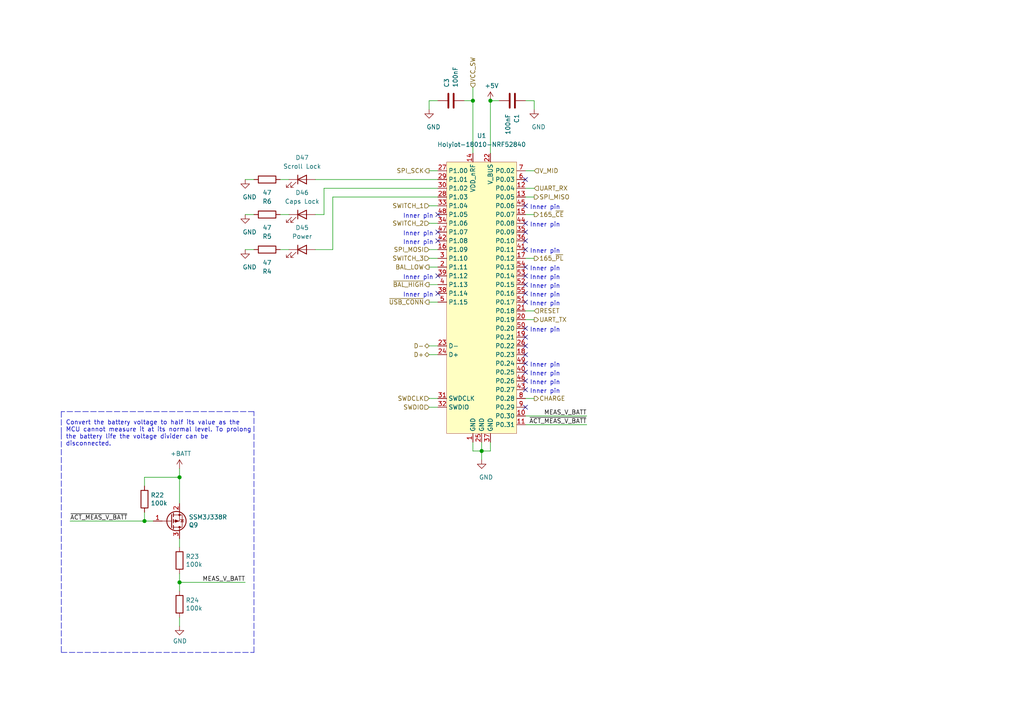
<source format=kicad_sch>
(kicad_sch (version 20210123) (generator eeschema)
  (paper "A4")
  (lib_symbols
    (symbol "Device:C" (pin_numbers hide) (pin_names (offset 0.254))
      (property "Reference" "C" (at 0.635 2.54 0))
      (property "Value" "C" (at 0.635 -2.54 0))
      (symbol "C_0_1"
        (polyline (pts (xy -2.032 -0.762) (xy 2.032 -0.762)) (stroke (width 0.508)))
        (polyline (pts (xy -2.032 0.762) (xy 2.032 0.762)) (stroke (width 0.508)))
      )
      (symbol "C_1_1"
        (pin passive line (at 0 3.81 270) (length 2.794) (name "~") (number "1"))
        (pin passive line (at 0 -3.81 90) (length 2.794) (name "~") (number "2"))
      )
    )
    (symbol "Device:LED" (pin_numbers hide) (pin_names (offset 1.016) hide)
      (property "Reference" "D" (at 0 2.54 0))
      (property "Value" "LED" (at 0 -2.54 0))
      (symbol "LED_0_1"
        (polyline (pts (xy -1.27 -1.27) (xy -1.27 1.27)) (stroke (width 0.254)))
        (polyline (pts (xy -1.27 0) (xy 1.27 0)))
        (polyline (pts (xy 1.27 -1.27) (xy 1.27 1.27) (xy -1.27 0) (xy 1.27 -1.27)) (stroke (width 0.254)))
        (polyline (pts (xy -3.048 -0.762) (xy -4.572 -2.286) (xy -3.81 -2.286) (xy -4.572 -2.286) (xy -4.572 -1.524)))
        (polyline (pts (xy -1.778 -0.762) (xy -3.302 -2.286) (xy -2.54 -2.286) (xy -3.302 -2.286) (xy -3.302 -1.524)))
      )
      (symbol "LED_1_1"
        (pin passive line (at -3.81 0 0) (length 2.54) (name "K") (number "1"))
        (pin passive line (at 3.81 0 180) (length 2.54) (name "A") (number "2"))
      )
    )
    (symbol "Device:Q_PMOS_GSD" (pin_names (offset 0) hide)
      (property "Reference" "Q" (at 5.08 1.27 0))
      (property "Value" "Q_PMOS_GSD" (at 5.08 -1.27 0))
      (symbol "Q_PMOS_GSD_0_1"
        (circle (center 1.651 0) (radius 2.794) (stroke (width 0.254)))
        (circle (center 2.54 -1.778) (radius 0.254) (fill (type outline)))
        (circle (center 2.54 1.778) (radius 0.254) (fill (type outline)))
        (polyline (pts (xy 0.254 0) (xy -2.54 0)))
        (polyline (pts (xy 0.254 1.905) (xy 0.254 -1.905)) (stroke (width 0.254)))
        (polyline (pts (xy 0.762 -1.27) (xy 0.762 -2.286)) (stroke (width 0.254)))
        (polyline (pts (xy 0.762 0.508) (xy 0.762 -0.508)) (stroke (width 0.254)))
        (polyline (pts (xy 0.762 2.286) (xy 0.762 1.27)) (stroke (width 0.254)))
        (polyline (pts (xy 2.54 2.54) (xy 2.54 1.778)))
        (polyline (pts (xy 2.54 -2.54) (xy 2.54 0) (xy 0.762 0)))
        (polyline (pts (xy 0.762 1.778) (xy 3.302 1.778) (xy 3.302 -1.778) (xy 0.762 -1.778)))
        (polyline (pts (xy 2.286 0) (xy 1.27 0.381) (xy 1.27 -0.381) (xy 2.286 0)) (fill (type outline)))
        (polyline (pts (xy 2.794 -0.508) (xy 2.921 -0.381) (xy 3.683 -0.381) (xy 3.81 -0.254)))
        (polyline (pts (xy 3.302 -0.381) (xy 2.921 0.254) (xy 3.683 0.254) (xy 3.302 -0.381)))
      )
      (symbol "Q_PMOS_GSD_1_1"
        (pin input line (at -5.08 0 0) (length 2.54) (name "G") (number "1"))
        (pin passive line (at 2.54 -5.08 90) (length 2.54) (name "S") (number "2"))
        (pin passive line (at 2.54 5.08 270) (length 2.54) (name "D") (number "3"))
      )
    )
    (symbol "Device:R" (pin_numbers hide) (pin_names (offset 0))
      (property "Reference" "R" (at 2.032 0 90))
      (property "Value" "R" (at 0 0 90))
      (symbol "R_0_1"
        (rectangle (start -1.016 -2.54) (end 1.016 2.54) (stroke (width 0.254)))
      )
      (symbol "R_1_1"
        (pin passive line (at 0 3.81 270) (length 1.27) (name "~") (number "1"))
        (pin passive line (at 0 -3.81 90) (length 1.27) (name "~") (number "2"))
      )
    )
    (symbol "power:+5V" (power) (pin_names (offset 0))
      (property "Value" "+5V" (at 0 3.556 0))
      (symbol "+5V_0_1"
        (polyline (pts (xy -0.762 1.27) (xy 0 2.54)))
        (polyline (pts (xy 0 0) (xy 0 2.54)))
        (polyline (pts (xy 0 2.54) (xy 0.762 1.27)))
      )
      (symbol "+5V_1_1"
        (pin power_in line (at 0 0 90) (length 0) hide (name "+5V") (number "1"))
      )
    )
    (symbol "power:+BATT" (power) (pin_names (offset 0))
      (property "Value" "+BATT" (at 0 3.556 0))
      (symbol "+BATT_0_1"
        (polyline (pts (xy -0.762 1.27) (xy 0 2.54)))
        (polyline (pts (xy 0 0) (xy 0 2.54)))
        (polyline (pts (xy 0 2.54) (xy 0.762 1.27)))
      )
      (symbol "+BATT_1_1"
        (pin power_in line (at 0 0 90) (length 0) hide (name "+BATT") (number "1"))
      )
    )
    (symbol "power:GND" (power) (pin_names (offset 0))
      (property "Value" "GND" (at 0 -3.81 0))
      (symbol "GND_0_1"
        (polyline (pts (xy 0 0) (xy 0 -1.27) (xy 1.27 -1.27) (xy 0 -2.54) (xy -1.27 -1.27) (xy 0 -1.27)))
      )
      (symbol "GND_1_1"
        (pin power_in line (at 0 0 270) (length 0) hide (name "GND") (number "1"))
      )
    )
    (symbol "symbols:Holyiot-18010-NRF52840"
      (property "Reference" "U" (at -8.89 40.64 0))
      (property "Value" "Holyiot-18010-NRF52840" (at 16.51 40.64 0))
      (symbol "Holyiot-18010-NRF52840_0_1"
        (rectangle (start -10.16 39.37) (end 10.16 -39.37) (stroke (width 0.001)) (fill (type background)))
      )
      (symbol "Holyiot-18010-NRF52840_1_1"
        (pin power_in line (at -2.54 -41.91 90) (length 2.54) (name "GND") (number "1"))
        (pin bidirectional line (at -12.7 8.89 0) (length 2.54) (name "P1.11") (number "2"))
        (pin bidirectional line (at -12.7 11.43 0) (length 2.54) (name "P1.10") (number "3"))
        (pin bidirectional line (at -12.7 3.81 0) (length 2.54) (name "P1.13") (number "4"))
        (pin bidirectional line (at -12.7 -1.27 0) (length 2.54) (name "P1.15") (number "5"))
        (pin bidirectional line (at 12.7 34.29 180) (length 2.54) (name "P0.03") (number "6"))
        (pin bidirectional line (at 12.7 36.83 180) (length 2.54) (name "P0.02") (number "7"))
        (pin bidirectional line (at 12.7 -29.21 180) (length 2.54) (name "P0.28") (number "8"))
        (pin bidirectional line (at 12.7 -31.75 180) (length 2.54) (name "P0.29") (number "9"))
        (pin bidirectional line (at 12.7 -34.29 180) (length 2.54) (name "P0.30") (number "10"))
        (pin bidirectional line (at 12.7 -36.83 180) (length 2.54) (name "P0.31") (number "11"))
        (pin bidirectional line (at 12.7 31.75 180) (length 2.54) (name "P0.04") (number "12"))
        (pin bidirectional line (at 12.7 29.21 180) (length 2.54) (name "P0.05") (number "13"))
        (pin bidirectional line (at 12.7 24.13 180) (length 2.54) (name "P0.07") (number "15"))
        (pin bidirectional line (at -12.7 13.97 0) (length 2.54) (name "P1.09") (number "16"))
        (pin bidirectional line (at 12.7 11.43 180) (length 2.54) (name "P0.12") (number "17"))
        (pin bidirectional line (at 12.7 -16.51 180) (length 2.54) (name "P0.23") (number "18"))
        (pin bidirectional line (at 12.7 -11.43 180) (length 2.54) (name "P0.21") (number "19"))
        (pin bidirectional line (at 12.7 -6.35 180) (length 2.54) (name "P0.19") (number "20"))
        (pin bidirectional line (at -12.7 -13.97 0) (length 2.54) (name "D-") (number "23"))
        (pin bidirectional line (at -12.7 -16.51 0) (length 2.54) (name "D+") (number "24"))
        (pin bidirectional line (at 12.7 -13.97 180) (length 2.54) (name "P0.22") (number "26"))
        (pin bidirectional line (at -12.7 36.83 0) (length 2.54) (name "P1.00") (number "27"))
        (pin bidirectional line (at -12.7 29.21 0) (length 2.54) (name "P1.03") (number "28"))
        (pin bidirectional line (at -12.7 34.29 0) (length 2.54) (name "P1.01") (number "29"))
        (pin bidirectional line (at -12.7 31.75 0) (length 2.54) (name "P1.02") (number "30"))
        (pin bidirectional line (at -12.7 -29.21 0) (length 2.54) (name "SWDCLK") (number "31"))
        (pin bidirectional line (at -12.7 -31.75 0) (length 2.54) (name "SWDIO") (number "32"))
        (pin bidirectional line (at -12.7 26.67 0) (length 2.54) (name "P1.04") (number "33"))
        (pin bidirectional line (at -12.7 21.59 0) (length 2.54) (name "P1.06") (number "34"))
        (pin bidirectional line (at 12.7 19.05 180) (length 2.54) (name "P0.09") (number "35"))
        (pin bidirectional line (at 12.7 16.51 180) (length 2.54) (name "P0.10") (number "36"))
        (pin bidirectional line (at -12.7 1.27 0) (length 2.54) (name "P1.14") (number "38"))
        (pin bidirectional line (at -12.7 6.35 0) (length 2.54) (name "P1.12") (number "39"))
        (pin bidirectional line (at 12.7 -21.59 180) (length 2.54) (name "P0.25") (number "40"))
        (pin bidirectional line (at 12.7 13.97 180) (length 2.54) (name "P0.11") (number "41"))
        (pin bidirectional line (at -12.7 16.51 0) (length 2.54) (name "P1.08") (number "42"))
        (pin bidirectional line (at 12.7 -26.67 180) (length 2.54) (name "P0.27") (number "43"))
        (pin bidirectional line (at 12.7 21.59 180) (length 2.54) (name "P0.08") (number "44"))
        (pin bidirectional line (at 12.7 26.67 180) (length 2.54) (name "P0.06") (number "45"))
        (pin bidirectional line (at 12.7 -24.13 180) (length 2.54) (name "P0.26") (number "46"))
        (pin bidirectional line (at -12.7 19.05 0) (length 2.54) (name "P1.07") (number "47"))
        (pin bidirectional line (at -12.7 24.13 0) (length 2.54) (name "P1.05") (number "48"))
        (pin bidirectional line (at 12.7 -19.05 180) (length 2.54) (name "P0.24") (number "49"))
        (pin bidirectional line (at 12.7 -8.89 180) (length 2.54) (name "P0.20") (number "50"))
        (pin bidirectional line (at 12.7 -1.27 180) (length 2.54) (name "P0.17") (number "51"))
        (pin bidirectional line (at 12.7 3.81 180) (length 2.54) (name "P0.15") (number "52"))
        (pin bidirectional line (at 12.7 6.35 180) (length 2.54) (name "P0.14") (number "53"))
        (pin bidirectional line (at 12.7 8.89 180) (length 2.54) (name "P0.13") (number "54"))
        (pin bidirectional line (at 12.7 1.27 180) (length 2.54) (name "P0.16") (number "55"))
        (pin power_in line (at -2.54 41.91 270) (length 2.54) (name "VDD_nRF") (number "14"))
        (pin power_in line (at 0 -41.91 90) (length 2.54) (name "GND") (number "25"))
        (pin power_in line (at 2.54 -41.91 90) (length 2.54) (name "GND") (number "37"))
        (pin bidirectional line (at 12.7 -3.81 180) (length 2.54) (name "P0.18") (number "21"))
        (pin power_in line (at 2.54 41.91 270) (length 2.54) (name "V_BUS") (number "22"))
      )
    )
  )
  (junction (at 41.91 151.13) (diameter 1.016))
  (junction (at 52.07 138.43) (diameter 1.016))
  (junction (at 52.07 168.91) (diameter 1.016))
  (junction (at 137.16 29.21) (diameter 1.016))
  (junction (at 139.7 130.81) (diameter 1.016))
  (junction (at 142.24 29.21) (diameter 1.016))
  (no_connect (at 127 62.23))
  (no_connect (at 127 67.31))
  (no_connect (at 127 69.85))
  (no_connect (at 127 80.01))
  (no_connect (at 127 85.09))
  (no_connect (at 152.4 52.07))
  (no_connect (at 152.4 59.69))
  (no_connect (at 152.4 64.77))
  (no_connect (at 152.4 67.31))
  (no_connect (at 152.4 69.85))
  (no_connect (at 152.4 72.39))
  (no_connect (at 152.4 77.47))
  (no_connect (at 152.4 80.01))
  (no_connect (at 152.4 82.55))
  (no_connect (at 152.4 85.09))
  (no_connect (at 152.4 87.63))
  (no_connect (at 152.4 95.25))
  (no_connect (at 152.4 97.79))
  (no_connect (at 152.4 100.33))
  (no_connect (at 152.4 102.87))
  (no_connect (at 152.4 105.41))
  (no_connect (at 152.4 107.95))
  (no_connect (at 152.4 110.49))
  (no_connect (at 152.4 113.03))
  (no_connect (at 152.4 118.11))
  (wire (pts (xy 20.32 151.13) (xy 41.91 151.13)))
  (wire (pts (xy 41.91 138.43) (xy 52.07 138.43)))
  (wire (pts (xy 41.91 140.97) (xy 41.91 138.43)))
  (wire (pts (xy 41.91 148.59) (xy 41.91 151.13)))
  (wire (pts (xy 41.91 151.13) (xy 44.45 151.13)))
  (wire (pts (xy 52.07 135.89) (xy 52.07 138.43)))
  (wire (pts (xy 52.07 138.43) (xy 52.07 146.05)))
  (wire (pts (xy 52.07 156.21) (xy 52.07 158.75)))
  (wire (pts (xy 52.07 166.37) (xy 52.07 168.91)))
  (wire (pts (xy 52.07 168.91) (xy 52.07 171.45)))
  (wire (pts (xy 52.07 168.91) (xy 71.12 168.91)))
  (wire (pts (xy 52.07 179.07) (xy 52.07 181.61)))
  (wire (pts (xy 71.12 52.07) (xy 73.66 52.07)))
  (wire (pts (xy 71.12 62.23) (xy 73.66 62.23)))
  (wire (pts (xy 71.12 72.39) (xy 73.66 72.39)))
  (wire (pts (xy 83.82 52.07) (xy 81.28 52.07)))
  (wire (pts (xy 83.82 62.23) (xy 81.28 62.23)))
  (wire (pts (xy 83.82 72.39) (xy 81.28 72.39)))
  (wire (pts (xy 91.44 52.07) (xy 127 52.07)))
  (wire (pts (xy 91.44 72.39) (xy 96.52 72.39)))
  (wire (pts (xy 93.98 54.61) (xy 93.98 62.23)))
  (wire (pts (xy 93.98 62.23) (xy 91.44 62.23)))
  (wire (pts (xy 96.52 57.15) (xy 96.52 72.39)))
  (wire (pts (xy 124.46 29.21) (xy 124.46 31.75)))
  (wire (pts (xy 124.46 49.53) (xy 127 49.53)))
  (wire (pts (xy 124.46 59.69) (xy 127 59.69)))
  (wire (pts (xy 124.46 64.77) (xy 127 64.77)))
  (wire (pts (xy 124.46 72.39) (xy 127 72.39)))
  (wire (pts (xy 124.46 74.93) (xy 127 74.93)))
  (wire (pts (xy 124.46 77.47) (xy 127 77.47)))
  (wire (pts (xy 124.46 82.55) (xy 127 82.55)))
  (wire (pts (xy 124.46 87.63) (xy 127 87.63)))
  (wire (pts (xy 124.46 100.33) (xy 127 100.33)))
  (wire (pts (xy 124.46 102.87) (xy 127 102.87)))
  (wire (pts (xy 124.46 115.57) (xy 127 115.57)))
  (wire (pts (xy 124.46 118.11) (xy 127 118.11)))
  (wire (pts (xy 127 29.21) (xy 124.46 29.21)))
  (wire (pts (xy 127 54.61) (xy 93.98 54.61)))
  (wire (pts (xy 127 57.15) (xy 96.52 57.15)))
  (wire (pts (xy 134.62 29.21) (xy 137.16 29.21)))
  (wire (pts (xy 137.16 29.21) (xy 137.16 25.4)))
  (wire (pts (xy 137.16 44.45) (xy 137.16 29.21)))
  (wire (pts (xy 137.16 128.27) (xy 137.16 130.81)))
  (wire (pts (xy 137.16 130.81) (xy 139.7 130.81)))
  (wire (pts (xy 139.7 128.27) (xy 139.7 130.81)))
  (wire (pts (xy 139.7 130.81) (xy 139.7 133.35)))
  (wire (pts (xy 139.7 130.81) (xy 142.24 130.81)))
  (wire (pts (xy 142.24 29.21) (xy 142.24 44.45)))
  (wire (pts (xy 142.24 29.21) (xy 144.78 29.21)))
  (wire (pts (xy 142.24 130.81) (xy 142.24 128.27)))
  (wire (pts (xy 152.4 29.21) (xy 154.94 29.21)))
  (wire (pts (xy 152.4 49.53) (xy 154.94 49.53)))
  (wire (pts (xy 152.4 54.61) (xy 154.94 54.61)))
  (wire (pts (xy 152.4 62.23) (xy 154.94 62.23)))
  (wire (pts (xy 152.4 74.93) (xy 154.94 74.93)))
  (wire (pts (xy 152.4 90.17) (xy 154.94 90.17)))
  (wire (pts (xy 152.4 92.71) (xy 154.94 92.71)))
  (wire (pts (xy 152.4 115.57) (xy 154.94 115.57)))
  (wire (pts (xy 152.4 120.65) (xy 170.18 120.65)))
  (wire (pts (xy 152.4 123.19) (xy 170.18 123.19)))
  (wire (pts (xy 154.94 29.21) (xy 154.94 31.75)))
  (wire (pts (xy 154.94 57.15) (xy 152.4 57.15)))
  (polyline (pts (xy 17.78 119.38) (xy 17.78 125.73)) (stroke (width 0) (type dash)))
  (polyline (pts (xy 17.78 125.73) (xy 17.78 189.23)) (stroke (width 0) (type dash)))
  (polyline (pts (xy 17.78 189.23) (xy 73.66 189.23)) (stroke (width 0) (type dash)))
  (polyline (pts (xy 73.66 119.38) (xy 17.78 119.38)) (stroke (width 0) (type dash)))
  (polyline (pts (xy 73.66 189.23) (xy 73.66 119.38)) (stroke (width 0) (type dash)))
  (text "Convert the battery voltage to half its value as the\nMCU cannot measure it at its normal level. To prolong\nthe battery life the voltage divider can be\ndisconnected." (at 19.05 129.54 0) (effects (font (size 1.27 1.27)) (justify left bottom)))
  (text "Inner pin" (at 125.73 63.5 180) (effects (font (size 1.27 1.27)) (justify right bottom)))
  (text "Inner pin" (at 125.73 68.58 180) (effects (font (size 1.27 1.27)) (justify right bottom)))
  (text "Inner pin" (at 125.73 71.12 180) (effects (font (size 1.27 1.27)) (justify right bottom)))
  (text "Inner pin" (at 125.73 81.28 180) (effects (font (size 1.27 1.27)) (justify right bottom)))
  (text "Inner pin" (at 125.73 86.36 180) (effects (font (size 1.27 1.27)) (justify right bottom)))
  (text "Inner pin" (at 153.67 60.96 0) (effects (font (size 1.27 1.27)) (justify left bottom)))
  (text "Inner pin" (at 153.67 66.04 0) (effects (font (size 1.27 1.27)) (justify left bottom)))
  (text "Inner pin" (at 153.67 73.66 0) (effects (font (size 1.27 1.27)) (justify left bottom)))
  (text "Inner pin" (at 153.67 78.74 0) (effects (font (size 1.27 1.27)) (justify left bottom)))
  (text "Inner pin" (at 153.67 81.28 0) (effects (font (size 1.27 1.27)) (justify left bottom)))
  (text "Inner pin" (at 153.67 83.82 0) (effects (font (size 1.27 1.27)) (justify left bottom)))
  (text "Inner pin" (at 153.67 86.36 0) (effects (font (size 1.27 1.27)) (justify left bottom)))
  (text "Inner pin" (at 153.67 88.9 0) (effects (font (size 1.27 1.27)) (justify left bottom)))
  (text "Inner pin" (at 153.67 96.52 0) (effects (font (size 1.27 1.27)) (justify left bottom)))
  (text "Inner pin" (at 153.67 106.68 0) (effects (font (size 1.27 1.27)) (justify left bottom)))
  (text "Inner pin" (at 153.67 109.22 0) (effects (font (size 1.27 1.27)) (justify left bottom)))
  (text "Inner pin" (at 153.67 111.76 0) (effects (font (size 1.27 1.27)) (justify left bottom)))
  (text "Inner pin" (at 153.67 114.3 0) (effects (font (size 1.27 1.27)) (justify left bottom)))
  (label "~ACT_MEAS_V_BATT" (at 20.32 151.13 0))
  (label "MEAS_V_BATT" (at 71.12 168.91 180))
  (label "MEAS_V_BATT" (at 170.18 120.65 180))
  (label "~ACT_MEAS_V_BATT" (at 170.18 123.19 180))
  (hierarchical_label "SPI_SCK" (shape output) (at 124.46 49.53 180))
  (hierarchical_label "SWITCH_1" (shape input) (at 124.46 59.69 180))
  (hierarchical_label "SWITCH_2" (shape input) (at 124.46 64.77 180))
  (hierarchical_label "SPI_MOSI" (shape input) (at 124.46 72.39 180))
  (hierarchical_label "SWITCH_3" (shape input) (at 124.46 74.93 180))
  (hierarchical_label "BAL_LOW" (shape output) (at 124.46 77.47 180))
  (hierarchical_label "~BAL_HIGH" (shape output) (at 124.46 82.55 180))
  (hierarchical_label "~USB_CONN" (shape output) (at 124.46 87.63 180))
  (hierarchical_label "D-" (shape bidirectional) (at 124.46 100.33 180))
  (hierarchical_label "D+" (shape bidirectional) (at 124.46 102.87 180))
  (hierarchical_label "SWDCLK" (shape input) (at 124.46 115.57 180))
  (hierarchical_label "SWDIO" (shape input) (at 124.46 118.11 180))
  (hierarchical_label "VCC_SW" (shape input) (at 137.16 25.4 90))
  (hierarchical_label "V_MID" (shape input) (at 154.94 49.53 0))
  (hierarchical_label "UART_RX" (shape input) (at 154.94 54.61 0))
  (hierarchical_label "SPI_MISO" (shape output) (at 154.94 57.15 0))
  (hierarchical_label "165_~CE" (shape output) (at 154.94 62.23 0))
  (hierarchical_label "165_~PL" (shape output) (at 154.94 74.93 0))
  (hierarchical_label "RESET" (shape input) (at 154.94 90.17 0))
  (hierarchical_label "UART_TX" (shape output) (at 154.94 92.71 0))
  (hierarchical_label "CHARGE" (shape output) (at 154.94 115.57 0))
  (symbol (lib_id "power:+BATT") (at 52.07 135.89 0) (unit 1)
    (property "Reference" "#PWR0145" (effects hide))
    (property "Value" "+BATT" (at 52.4383 131.5656 0))
  )
  (symbol (lib_id "power:+5V") (at 142.24 29.21 0) (unit 1)
    (property "Reference" "#PWR0147" (effects hide))
    (property "Value" "+5V" (at 142.6083 24.8856 0))
  )
  (symbol (lib_id "power:GND") (at 52.07 181.61 0) (unit 1)
    (property "Reference" "#PWR0104" (effects hide))
    (property "Value" "GND" (at 52.1843 185.9344 0))
  )
  (symbol (lib_id "power:GND") (at 71.12 52.07 0) (unit 1)
    (property "Reference" "#PWR0123" (effects hide))
    (property "Value" "GND" (at 72.39 57.15 0))
  )
  (symbol (lib_id "power:GND") (at 71.12 62.23 0) (unit 1)
    (property "Reference" "#PWR0122" (effects hide))
    (property "Value" "GND" (at 72.39 67.31 0))
  )
  (symbol (lib_id "power:GND") (at 71.12 72.39 0) (unit 1)
    (property "Reference" "#PWR0121" (effects hide))
    (property "Value" "GND" (at 72.39 77.47 0))
  )
  (symbol (lib_id "power:GND") (at 124.46 31.75 0) (unit 1)
    (property "Reference" "#PWR0109" (effects hide))
    (property "Value" "GND" (at 125.73 36.83 0))
  )
  (symbol (lib_id "power:GND") (at 139.7 133.35 0) (unit 1)
    (property "Reference" "#PWR0124" (effects hide))
    (property "Value" "GND" (at 140.97 138.43 0))
  )
  (symbol (lib_id "power:GND") (at 154.94 31.75 0) (unit 1)
    (property "Reference" "#PWR0146" (effects hide))
    (property "Value" "GND" (at 156.21 36.83 0))
  )
  (symbol (lib_id "Device:R") (at 41.91 144.78 0) (unit 1)
    (property "Reference" "R22" (at 43.6881 143.6306 0) (effects (justify left)))
    (property "Value" "100k" (at 43.6881 145.9293 0) (effects (justify left)))
    (property "Footprint" "Resistor_SMD:R_0603_1608Metric_Pad0.98x0.95mm_HandSolder" (effects hide))
  )
  (symbol (lib_id "Device:R") (at 52.07 162.56 0) (unit 1)
    (property "Reference" "R23" (at 53.8481 161.4106 0) (effects (justify left)))
    (property "Value" "100k" (at 53.8481 163.7093 0) (effects (justify left)))
    (property "Footprint" "Resistor_SMD:R_0603_1608Metric_Pad0.98x0.95mm_HandSolder" (effects hide))
  )
  (symbol (lib_id "Device:R") (at 52.07 175.26 0) (unit 1)
    (property "Reference" "R24" (at 53.8481 174.1106 0) (effects (justify left)))
    (property "Value" "100k" (at 53.8481 176.4093 0) (effects (justify left)))
    (property "Footprint" "Resistor_SMD:R_0603_1608Metric_Pad0.98x0.95mm_HandSolder" (effects hide))
  )
  (symbol (lib_id "Device:R") (at 77.47 52.07 270) (unit 1)
    (property "Reference" "R6" (at 77.47 58.42 90))
    (property "Value" "47" (at 77.47 55.88 90))
    (property "Footprint" "Resistor_SMD:R_0603_1608Metric_Pad0.98x0.95mm_HandSolder" (effects hide))
  )
  (symbol (lib_id "Device:R") (at 77.47 62.23 270) (unit 1)
    (property "Reference" "R5" (at 77.47 68.58 90))
    (property "Value" "47" (at 77.47 66.04 90))
    (property "Footprint" "Resistor_SMD:R_0603_1608Metric_Pad0.98x0.95mm_HandSolder" (effects hide))
  )
  (symbol (lib_id "Device:R") (at 77.47 72.39 270) (unit 1)
    (property "Reference" "R4" (at 77.47 78.74 90))
    (property "Value" "47" (at 77.47 76.2 90))
    (property "Footprint" "Resistor_SMD:R_0603_1608Metric_Pad0.98x0.95mm_HandSolder" (effects hide))
  )
  (symbol (lib_id "Device:LED") (at 87.63 52.07 0) (unit 1)
    (property "Reference" "D47" (at 87.63 45.72 0))
    (property "Value" "Scroll Lock" (at 87.63 48.26 0))
    (property "Footprint" "Diode_SMD:D_0603_1608Metric_Pad1.05x0.95mm_HandSolder" (effects hide))
    (property "Datasheet" "https://www.mouser.de/datasheet/2/445/150060SS75000-1715253.pdf" (effects hide))
    (property "Mouser" "710-150060SS75000" (effects hide))
    (property "Part Name" "150060SS75000 " (effects hide))
  )
  (symbol (lib_id "Device:LED") (at 87.63 62.23 0) (unit 1)
    (property "Reference" "D46" (at 87.63 55.88 0))
    (property "Value" "Caps Lock" (at 87.63 58.42 0))
    (property "Footprint" "Diode_SMD:D_0603_1608Metric_Pad1.05x0.95mm_HandSolder" (effects hide))
    (property "Datasheet" "https://www.mouser.de/datasheet/2/445/150060SS75000-1715253.pdf" (effects hide))
    (property "Mouser" "710-150060SS75000" (effects hide))
    (property "Part Name" "150060SS75000 " (effects hide))
  )
  (symbol (lib_id "Device:LED") (at 87.63 72.39 0) (unit 1)
    (property "Reference" "D45" (at 87.63 66.04 0))
    (property "Value" "Power" (at 87.63 68.58 0))
    (property "Footprint" "Diode_SMD:D_0603_1608Metric_Pad1.05x0.95mm_HandSolder" (effects hide))
    (property "Datasheet" "https://www.mouser.de/datasheet/2/445/150060SS75000-1715253.pdf" (effects hide))
    (property "Mouser" "710-150060SS75000" (effects hide))
    (property "Part Name" "150060SS75000 " (effects hide))
  )
  (symbol (lib_id "Device:C") (at 130.81 29.21 90) (unit 1)
    (property "Reference" "C3" (at 129.54 25.4 0) (effects (justify left)))
    (property "Value" "100nF" (at 132.08 25.4 0) (effects (justify left)))
    (property "Footprint" "Capacitor_SMD:C_0603_1608Metric_Pad1.08x0.95mm_HandSolder" (effects hide))
    (property "Datasheet" "https://www.mouser.de/datasheet/2/40/X7RDielectric-777024.pdf" (effects hide))
    (property "Mouser" "581-06033C104KAT4A" (effects hide))
    (property "Part Name" "06033C104KAT4A " (effects hide))
  )
  (symbol (lib_id "Device:C") (at 148.59 29.21 270) (unit 1)
    (property "Reference" "C1" (at 149.86 33.02 0) (effects (justify left)))
    (property "Value" "100nF" (at 147.32 33.02 0) (effects (justify left)))
    (property "Footprint" "Capacitor_SMD:C_0603_1608Metric_Pad1.08x0.95mm_HandSolder" (effects hide))
    (property "Datasheet" "https://www.mouser.de/datasheet/2/40/X7RDielectric-777024.pdf" (effects hide))
    (property "Mouser" "581-06033C104KAT4A" (effects hide))
    (property "Part Name" "06033C104KAT4A " (effects hide))
  )
  (symbol (lib_id "Device:Q_PMOS_GSD") (at 49.53 151.13 0) (mirror x) (unit 1)
    (property "Reference" "Q9" (at 54.7371 152.2794 0) (effects (justify left)))
    (property "Value" "SSM3J338R" (at 54.737 149.981 0) (effects (justify left)))
    (property "Footprint" "Package_TO_SOT_SMD:SOT-23_Handsoldering" (effects hide))
    (property "Part Name" "Toshiba SSM3J338R" (effects hide))
    (property "Mouser" "757-SSM3J338RLF" (effects hide))
  )
  (symbol (lib_id "symbols:Holyiot-18010-NRF52840") (at 139.7 86.36 0) (unit 1)
    (property "Reference" "U1" (at 139.7 39.37 0))
    (property "Value" "Holyiot-18010-NRF52840" (at 139.7 41.91 0))
    (property "Footprint" "footprints:Holyiot-18010-NRF52840" (effects hide))
    (property "Datasheet" "http://www.holyiot.com/tp/2019042516322180424.pdf" (effects hide))
  )
)
</source>
